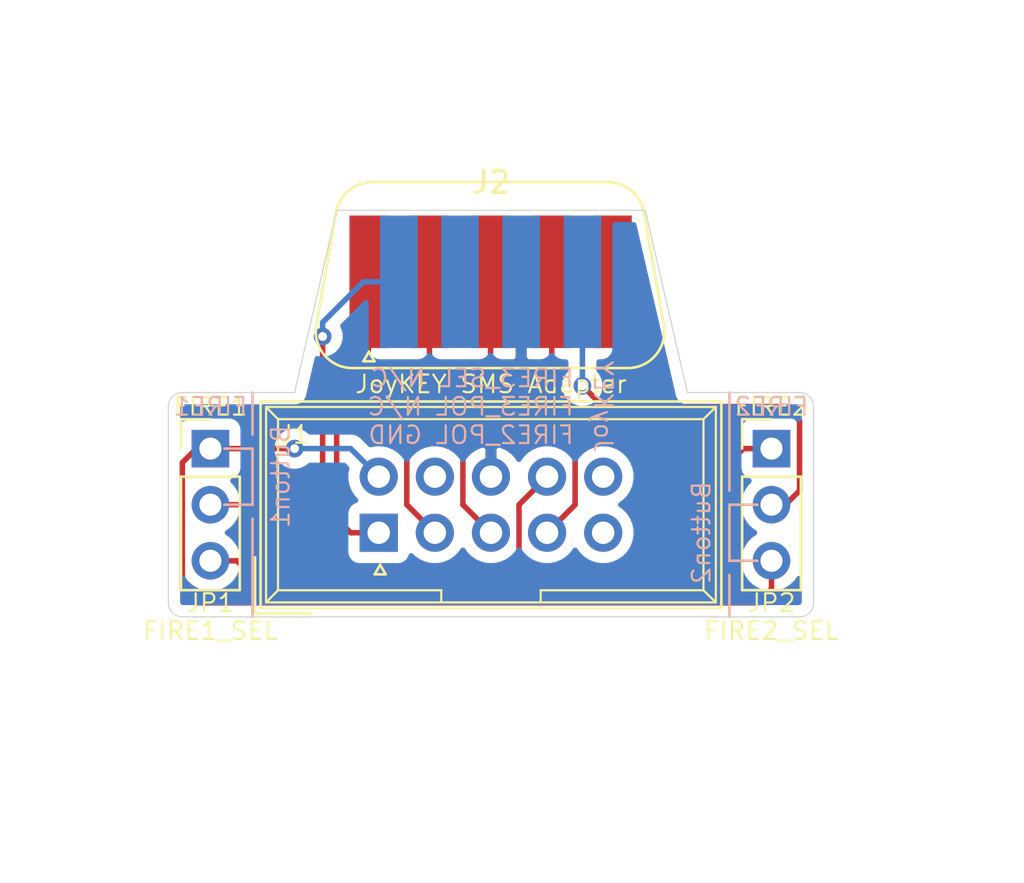
<source format=kicad_pcb>
(kicad_pcb (version 20171130) (host pcbnew "(5.1.5)-3")

  (general
    (thickness 1.6)
    (drawings 31)
    (tracks 58)
    (zones 0)
    (modules 4)
    (nets 10)
  )

  (page A4)
  (layers
    (0 F.Cu signal)
    (31 B.Cu signal)
    (32 B.Adhes user)
    (33 F.Adhes user)
    (34 B.Paste user)
    (35 F.Paste user)
    (36 B.SilkS user)
    (37 F.SilkS user)
    (38 B.Mask user)
    (39 F.Mask user)
    (40 Dwgs.User user)
    (41 Cmts.User user)
    (42 Eco1.User user)
    (43 Eco2.User user)
    (44 Edge.Cuts user)
    (45 Margin user)
    (46 B.CrtYd user)
    (47 F.CrtYd user)
    (48 B.Fab user)
    (49 F.Fab user)
  )

  (setup
    (last_trace_width 0.25)
    (trace_clearance 0.2)
    (zone_clearance 0.508)
    (zone_45_only no)
    (trace_min 0.2)
    (via_size 0.8)
    (via_drill 0.4)
    (via_min_size 0.4)
    (via_min_drill 0.3)
    (uvia_size 0.3)
    (uvia_drill 0.1)
    (uvias_allowed no)
    (uvia_min_size 0.2)
    (uvia_min_drill 0.1)
    (edge_width 0.05)
    (segment_width 0.2)
    (pcb_text_width 0.3)
    (pcb_text_size 1.5 1.5)
    (mod_edge_width 0.12)
    (mod_text_size 1 1)
    (mod_text_width 0.15)
    (pad_size 1.524 1.524)
    (pad_drill 0.762)
    (pad_to_mask_clearance 0.051)
    (solder_mask_min_width 0.25)
    (aux_axis_origin 0 0)
    (visible_elements 7FFFFFFF)
    (pcbplotparams
      (layerselection 0x011fc_ffffffff)
      (usegerberextensions true)
      (usegerberattributes false)
      (usegerberadvancedattributes false)
      (creategerberjobfile false)
      (excludeedgelayer true)
      (linewidth 0.100000)
      (plotframeref false)
      (viasonmask false)
      (mode 1)
      (useauxorigin false)
      (hpglpennumber 1)
      (hpglpenspeed 20)
      (hpglpendiameter 15.000000)
      (psnegative false)
      (psa4output false)
      (plotreference true)
      (plotvalue true)
      (plotinvisibletext false)
      (padsonsilk false)
      (subtractmaskfromsilk false)
      (outputformat 1)
      (mirror false)
      (drillshape 0)
      (scaleselection 1)
      (outputdirectory "export/"))
  )

  (net 0 "")
  (net 1 GND)
  (net 2 /UP)
  (net 3 /DOWN)
  (net 4 /LEFT)
  (net 5 /RIGHT)
  (net 6 /FIRE1)
  (net 7 /FIRE2)
  (net 8 /FIRE1_IN)
  (net 9 /FIRE2_IN)

  (net_class Default "This is the default net class."
    (clearance 0.2)
    (trace_width 0.25)
    (via_dia 0.8)
    (via_drill 0.4)
    (uvia_dia 0.3)
    (uvia_drill 0.1)
    (add_net /DOWN)
    (add_net /FIRE1)
    (add_net /FIRE1_IN)
    (add_net /FIRE2)
    (add_net /FIRE2_IN)
    (add_net /LEFT)
    (add_net /RIGHT)
    (add_net /UP)
    (add_net GND)
  )

  (module Pin_Headers:Pin_Header_Straight_1x03_Pitch2.54mm (layer F.Cu) (tedit 59650532) (tstamp 5FD2B363)
    (at 154.94 85.725)
    (descr "Through hole straight pin header, 1x03, 2.54mm pitch, single row")
    (tags "Through hole pin header THT 1x03 2.54mm single row")
    (path /5FD30CB5)
    (fp_text reference JP2 (at 0 6.985) (layer F.SilkS)
      (effects (font (size 0.8 0.8) (thickness 0.1)))
    )
    (fp_text value FIRE2_SEL (at 0 8.255) (layer F.SilkS)
      (effects (font (size 0.8 0.8) (thickness 0.1)))
    )
    (fp_line (start -0.635 -1.27) (end 1.27 -1.27) (layer F.Fab) (width 0.1))
    (fp_line (start 1.27 -1.27) (end 1.27 6.35) (layer F.Fab) (width 0.1))
    (fp_line (start 1.27 6.35) (end -1.27 6.35) (layer F.Fab) (width 0.1))
    (fp_line (start -1.27 6.35) (end -1.27 -0.635) (layer F.Fab) (width 0.1))
    (fp_line (start -1.27 -0.635) (end -0.635 -1.27) (layer F.Fab) (width 0.1))
    (fp_line (start -1.33 6.41) (end 1.33 6.41) (layer F.SilkS) (width 0.12))
    (fp_line (start -1.33 1.27) (end -1.33 6.41) (layer F.SilkS) (width 0.12))
    (fp_line (start 1.33 1.27) (end 1.33 6.41) (layer F.SilkS) (width 0.12))
    (fp_line (start -1.33 1.27) (end 1.33 1.27) (layer F.SilkS) (width 0.12))
    (fp_line (start -1.33 0) (end -1.33 -1.33) (layer F.SilkS) (width 0.12))
    (fp_line (start -1.33 -1.33) (end 0 -1.33) (layer F.SilkS) (width 0.12))
    (fp_line (start -1.8 -1.8) (end -1.8 6.85) (layer F.CrtYd) (width 0.05))
    (fp_line (start -1.8 6.85) (end 1.8 6.85) (layer F.CrtYd) (width 0.05))
    (fp_line (start 1.8 6.85) (end 1.8 -1.8) (layer F.CrtYd) (width 0.05))
    (fp_line (start 1.8 -1.8) (end -1.8 -1.8) (layer F.CrtYd) (width 0.05))
    (fp_text user %R (at 0 2.54 90) (layer F.Fab)
      (effects (font (size 1 1) (thickness 0.15)))
    )
    (pad 1 thru_hole rect (at 0 0) (size 1.7 1.7) (drill 1) (layers *.Cu *.Mask)
      (net 9 /FIRE2_IN))
    (pad 2 thru_hole oval (at 0 2.54) (size 1.7 1.7) (drill 1) (layers *.Cu *.Mask)
      (net 7 /FIRE2))
    (pad 3 thru_hole oval (at 0 5.08) (size 1.7 1.7) (drill 1) (layers *.Cu *.Mask)
      (net 8 /FIRE1_IN))
    (model ${KISYS3DMOD}/Pin_Headers.3dshapes/Pin_Header_Straight_1x03_Pitch2.54mm.wrl
      (at (xyz 0 0 0))
      (scale (xyz 1 1 1))
      (rotate (xyz 0 0 0))
    )
  )

  (module "C64 IDC:IDC_Joystick" (layer F.Cu) (tedit 5FD29ED6) (tstamp 5FD2915C)
    (at 137.16 89.535 90)
    (descr "Through hole straight IDC box header, 2x05, 2.54mm pitch, double rows")
    (tags "Through hole IDC box header THT 2x05 2.54mm double row")
    (path /5FD1F19D)
    (fp_text reference J1 (at 4.445 -3.81 180) (layer F.SilkS)
      (effects (font (size 0.8 0.8) (thickness 0.1)))
    )
    (fp_text value JoyKEY (at 1.27 16.764 90) (layer F.Fab)
      (effects (font (size 1 1) (thickness 0.15)))
    )
    (fp_line (start -1.885438 0.3135) (end -1.885438 -0.1865) (layer F.SilkS) (width 0.12))
    (fp_line (start -1.885438 -0.1865) (end -1.452425 0.0635) (layer F.SilkS) (width 0.12))
    (fp_line (start -1.452425 0.0635) (end -1.885438 0.3135) (layer F.SilkS) (width 0.12))
    (fp_line (start -3.655 -5.6) (end -1.115 -5.6) (layer F.SilkS) (width 0.12))
    (fp_line (start -3.655 -5.6) (end -3.655 -3.06) (layer F.SilkS) (width 0.12))
    (fp_line (start -3.405 -5.35) (end 5.945 -5.35) (layer F.SilkS) (width 0.12))
    (fp_line (start -3.405 15.51) (end -3.405 -5.35) (layer F.SilkS) (width 0.12))
    (fp_line (start 5.945 15.51) (end -3.405 15.51) (layer F.SilkS) (width 0.12))
    (fp_line (start 5.945 -5.35) (end 5.945 15.51) (layer F.SilkS) (width 0.12))
    (fp_line (start -3.41 -5.35) (end 5.95 -5.35) (layer F.CrtYd) (width 0.05))
    (fp_line (start -3.41 15.51) (end -3.41 -5.35) (layer F.CrtYd) (width 0.05))
    (fp_line (start 5.95 15.51) (end -3.41 15.51) (layer F.CrtYd) (width 0.05))
    (fp_line (start 5.95 -5.35) (end 5.95 15.51) (layer F.CrtYd) (width 0.05))
    (fp_line (start -3.155 15.26) (end -2.605 14.7) (layer F.SilkS) (width 0.1))
    (fp_line (start -3.155 -5.1) (end -2.605 -4.56) (layer F.SilkS) (width 0.1))
    (fp_line (start 5.695 15.26) (end 5.145 14.7) (layer F.SilkS) (width 0.1))
    (fp_line (start 5.695 -5.1) (end 5.145 -4.56) (layer F.SilkS) (width 0.1))
    (fp_line (start 5.145 14.7) (end -2.605 14.7) (layer F.SilkS) (width 0.1))
    (fp_line (start 5.695 15.26) (end -3.155 15.26) (layer F.SilkS) (width 0.1))
    (fp_line (start 5.145 -4.56) (end -2.605 -4.56) (layer F.SilkS) (width 0.1))
    (fp_line (start 5.695 -5.1) (end -3.155 -5.1) (layer F.SilkS) (width 0.1))
    (fp_line (start -2.605 7.33) (end -3.155 7.33) (layer F.SilkS) (width 0.1))
    (fp_line (start -2.605 2.83) (end -3.155 2.83) (layer F.SilkS) (width 0.1))
    (fp_line (start -2.605 7.33) (end -2.605 14.7) (layer F.SilkS) (width 0.1))
    (fp_line (start -2.605 -4.56) (end -2.605 2.83) (layer F.SilkS) (width 0.1))
    (fp_line (start -3.155 -5.1) (end -3.155 15.26) (layer F.SilkS) (width 0.1))
    (fp_line (start 5.145 -4.56) (end 5.145 14.7) (layer F.SilkS) (width 0.1))
    (fp_line (start 5.695 -5.1) (end 5.695 15.26) (layer F.SilkS) (width 0.1))
    (fp_text user %R (at 1.27 5.08 90) (layer F.Fab)
      (effects (font (size 1 1) (thickness 0.15)))
    )
    (pad 10 thru_hole oval (at 2.54 10.16 90) (size 1.7272 1.7272) (drill 1.016) (layers *.Cu *.Mask))
    (pad 9 thru_hole oval (at 2.54 7.62 90) (size 1.7272 1.7272) (drill 1.016) (layers *.Cu *.Mask)
      (net 9 /FIRE2_IN))
    (pad 8 thru_hole oval (at 2.54 5.08 90) (size 1.7272 1.7272) (drill 1.016) (layers *.Cu *.Mask)
      (net 1 GND))
    (pad 7 thru_hole oval (at 2.54 2.54 90) (size 1.7272 1.7272) (drill 1.016) (layers *.Cu *.Mask))
    (pad 6 thru_hole oval (at 2.54 0 90) (size 1.7272 1.7272) (drill 1.016) (layers *.Cu *.Mask)
      (net 8 /FIRE1_IN))
    (pad 5 thru_hole oval (at 0 10.16 90) (size 1.7272 1.7272) (drill 1.016) (layers *.Cu *.Mask))
    (pad 4 thru_hole oval (at 0 7.62 90) (size 1.7272 1.7272) (drill 1.016) (layers *.Cu *.Mask)
      (net 5 /RIGHT))
    (pad 3 thru_hole oval (at 0 5.08 90) (size 1.7272 1.7272) (drill 1.016) (layers *.Cu *.Mask)
      (net 4 /LEFT))
    (pad 2 thru_hole oval (at 0 2.54 90) (size 1.7272 1.7272) (drill 1.016) (layers *.Cu *.Mask)
      (net 3 /DOWN))
    (pad 1 thru_hole rect (at 0 0 90) (size 1.7272 1.7272) (drill 1.016) (layers *.Cu *.Mask)
      (net 2 /UP))
    (model ${KISYS3DMOD}/Connector_IDC.3dshapes/IDC-Header_2x05_P2.54mm_Vertical.wrl
      (at (xyz 0 0 0))
      (scale (xyz 1 1 1))
      (rotate (xyz 0 0 0))
    )
  )

  (module RND_DSUB:DSUB-9_Female_Edge (layer F.Cu) (tedit 5FD2960F) (tstamp 5FD2AA8D)
    (at 142.24 78.105)
    (descr "Straight DE-9 connector, the blue kind with metal shield removed (solder to pads).")
    (tags "9-pin D-Sub connector straight vertical THT male pitch 2.77x2.84mm mounting holes distance 25mm")
    (path /5FD232F5)
    (fp_text reference J2 (at 0 -4.445 180) (layer F.SilkS)
      (effects (font (size 1 1) (thickness 0.15)))
    )
    (fp_text value SMS (at 0 -5.715 180) (layer F.Fab)
      (effects (font (size 1 1) (thickness 0.15)))
    )
    (fp_text user %R (at 4.1755 1.4375 180) (layer F.Fab)
      (effects (font (size 1 1) (thickness 0.15)))
    )
    (fp_line (start -8.001 4.064) (end 8.001 4.064) (layer F.CrtYd) (width 0.05))
    (fp_line (start -8.001 -4.572) (end -8.001 4.064) (layer F.CrtYd) (width 0.05))
    (fp_line (start 8.001 -4.572) (end -8.001 -4.572) (layer F.CrtYd) (width 0.05))
    (fp_line (start 8.001 4.064) (end 8.001 -4.572) (layer F.CrtYd) (width 0.05))
    (fp_line (start 7.82557 2.022844) (end 6.926302 -3.077156) (layer F.SilkS) (width 0.12))
    (fp_line (start -7.90737 2.022844) (end -7.008102 -3.077156) (layer F.SilkS) (width 0.12))
    (fp_line (start 5.291521 -4.4489) (end -5.373321 -4.4489) (layer F.SilkS) (width 0.12))
    (fp_line (start 6.190789 3.9711) (end -6.272589 3.9711) (layer F.SilkS) (width 0.12))
    (fp_line (start 7.752587 2.033263) (end 6.853319 -3.066737) (layer F.Fab) (width 0.1))
    (fp_line (start -7.885187 2.033263) (end -6.985919 -3.066737) (layer F.Fab) (width 0.1))
    (fp_line (start 5.277627 -4.3889) (end -5.410227 -4.3889) (layer F.Fab) (width 0.1))
    (fp_line (start 6.176894 3.9111) (end -6.309494 3.9111) (layer F.Fab) (width 0.1))
    (fp_line (start -5.5245 3.230425) (end -5.2745 3.663438) (layer F.SilkS) (width 0.12))
    (fp_line (start -5.7745 3.663438) (end -5.5245 3.230425) (layer F.SilkS) (width 0.12))
    (fp_line (start -5.2745 3.663438) (end -5.7745 3.663438) (layer F.SilkS) (width 0.12))
    (fp_arc (start -5.373321 -2.7889) (end -5.373321 -4.4489) (angle -80) (layer F.SilkS) (width 0.12))
    (fp_arc (start 5.291521 -2.7889) (end 5.291521 -4.4489) (angle 80) (layer F.SilkS) (width 0.12))
    (fp_arc (start -6.272589 2.3111) (end -6.272589 3.9711) (angle 100) (layer F.SilkS) (width 0.12))
    (fp_arc (start 6.190789 2.3111) (end 6.190789 3.9711) (angle -100) (layer F.SilkS) (width 0.12))
    (fp_arc (start -5.410227 -2.7889) (end -5.410227 -4.3889) (angle -80) (layer F.Fab) (width 0.1))
    (fp_arc (start 5.277627 -2.7889) (end 5.277627 -4.3889) (angle 80) (layer F.Fab) (width 0.1))
    (fp_arc (start -6.309494 2.3111) (end -6.309494 3.9111) (angle 100) (layer F.Fab) (width 0.1))
    (fp_arc (start 6.176894 2.3111) (end 6.176894 3.9111) (angle -100) (layer F.Fab) (width 0.1))
    (pad 6 smd rect (at -4.1705 0.0635 180) (size 1.7 6) (layers B.Cu B.Paste B.Mask)
      (net 6 /FIRE1))
    (pad 7 smd rect (at -1.4005 0.0635 180) (size 1.7 6) (layers B.Cu B.Paste B.Mask))
    (pad 8 smd rect (at 1.3695 0.0635 180) (size 1.7 6) (layers B.Cu B.Paste B.Mask)
      (net 1 GND))
    (pad 9 smd rect (at 4.1395 0.0635 180) (size 1.7 6) (layers B.Cu B.Paste B.Mask)
      (net 7 /FIRE2))
    (pad 1 smd rect (at -5.5555 0.0635 180) (size 1.7 6) (layers F.Cu F.Paste F.Mask)
      (net 2 /UP))
    (pad 2 smd rect (at -2.7855 0.0635 180) (size 1.7 6) (layers F.Cu F.Paste F.Mask)
      (net 3 /DOWN))
    (pad 3 smd rect (at -0.0155 0.0635 180) (size 1.7 6) (layers F.Cu F.Paste F.Mask)
      (net 4 /LEFT))
    (pad 4 smd rect (at 2.7545 0.0635 180) (size 1.7 6) (layers F.Cu F.Paste F.Mask)
      (net 5 /RIGHT))
    (pad 5 smd rect (at 5.5245 0.0635 180) (size 1.7 6) (layers F.Cu F.Paste F.Mask))
    (model ${KISYS3DMOD}/Connectors_DSub.3dshapes/DSUB-9_Male_Vertical_Pitch2.77x2.84mm.wrl
      (at (xyz 0 0 0))
      (scale (xyz 1 1 1))
      (rotate (xyz 0 0 0))
    )
  )

  (module Pin_Headers:Pin_Header_Straight_1x03_Pitch2.54mm (layer F.Cu) (tedit 59650532) (tstamp 5FD2B1CC)
    (at 129.54 85.725)
    (descr "Through hole straight pin header, 1x03, 2.54mm pitch, single row")
    (tags "Through hole pin header THT 1x03 2.54mm single row")
    (path /5FD2FDB9)
    (fp_text reference JP1 (at 0 6.985) (layer F.SilkS)
      (effects (font (size 0.8 0.8) (thickness 0.1)))
    )
    (fp_text value FIRE1_SEL (at 0 8.255) (layer F.SilkS)
      (effects (font (size 0.8 0.8) (thickness 0.1)))
    )
    (fp_text user %R (at 0 2.54 90) (layer F.Fab)
      (effects (font (size 1 1) (thickness 0.15)))
    )
    (fp_line (start 1.8 -1.8) (end -1.8 -1.8) (layer F.CrtYd) (width 0.05))
    (fp_line (start 1.8 6.85) (end 1.8 -1.8) (layer F.CrtYd) (width 0.05))
    (fp_line (start -1.8 6.85) (end 1.8 6.85) (layer F.CrtYd) (width 0.05))
    (fp_line (start -1.8 -1.8) (end -1.8 6.85) (layer F.CrtYd) (width 0.05))
    (fp_line (start -1.33 -1.33) (end 0 -1.33) (layer F.SilkS) (width 0.12))
    (fp_line (start -1.33 0) (end -1.33 -1.33) (layer F.SilkS) (width 0.12))
    (fp_line (start -1.33 1.27) (end 1.33 1.27) (layer F.SilkS) (width 0.12))
    (fp_line (start 1.33 1.27) (end 1.33 6.41) (layer F.SilkS) (width 0.12))
    (fp_line (start -1.33 1.27) (end -1.33 6.41) (layer F.SilkS) (width 0.12))
    (fp_line (start -1.33 6.41) (end 1.33 6.41) (layer F.SilkS) (width 0.12))
    (fp_line (start -1.27 -0.635) (end -0.635 -1.27) (layer F.Fab) (width 0.1))
    (fp_line (start -1.27 6.35) (end -1.27 -0.635) (layer F.Fab) (width 0.1))
    (fp_line (start 1.27 6.35) (end -1.27 6.35) (layer F.Fab) (width 0.1))
    (fp_line (start 1.27 -1.27) (end 1.27 6.35) (layer F.Fab) (width 0.1))
    (fp_line (start -0.635 -1.27) (end 1.27 -1.27) (layer F.Fab) (width 0.1))
    (pad 3 thru_hole oval (at 0 5.08) (size 1.7 1.7) (drill 1) (layers *.Cu *.Mask)
      (net 9 /FIRE2_IN))
    (pad 2 thru_hole oval (at 0 2.54) (size 1.7 1.7) (drill 1) (layers *.Cu *.Mask)
      (net 6 /FIRE1))
    (pad 1 thru_hole rect (at 0 0) (size 1.7 1.7) (drill 1) (layers *.Cu *.Mask)
      (net 8 /FIRE1_IN))
    (model ${KISYS3DMOD}/Pin_Headers.3dshapes/Pin_Header_Straight_1x03_Pitch2.54mm.wrl
      (at (xyz 0 0 0))
      (scale (xyz 1 1 1))
      (rotate (xyz 0 0 0))
    )
  )

  (gr_text FIRE1 (at 129.54 83.82) (layer F.SilkS) (tstamp 5FD2C7BE)
    (effects (font (size 0.8 0.8) (thickness 0.1)))
  )
  (gr_text FIRE2 (at 154.94 83.82) (layer F.SilkS) (tstamp 5FD2C7BA)
    (effects (font (size 0.8 0.8) (thickness 0.1)))
  )
  (gr_text JoyKEY (at 147.32 83.82 270) (layer B.SilkS) (tstamp 5FD2C5BA)
    (effects (font (size 0.8 0.8) (thickness 0.1)) (justify mirror))
  )
  (gr_text "FIRE3_SEL N/C\nFIRE3_POL N/C\nFIRE2_POL GND" (at 146.05 83.82) (layer B.SilkS)
    (effects (font (size 0.8 0.8) (thickness 0.1)) (justify left mirror))
  )
  (gr_line (start 153.035 93.345) (end 153.035 91.44) (layer B.SilkS) (width 0.12) (tstamp 5FD2C21A))
  (gr_text Button2 (at 151.765 89.535 90) (layer B.SilkS) (tstamp 5FD2C19C)
    (effects (font (size 0.8 0.8) (thickness 0.1)) (justify mirror))
  )
  (gr_text FIRE2 (at 154.94 83.82) (layer B.SilkS) (tstamp 5FD2C196)
    (effects (font (size 0.8 0.8) (thickness 0.1)) (justify mirror))
  )
  (gr_text FIRE1 (at 129.54 83.82) (layer B.SilkS) (tstamp 5FD2C0ED)
    (effects (font (size 0.8 0.8) (thickness 0.1)) (justify mirror))
  )
  (gr_text Button1 (at 132.715 86.995 90) (layer B.SilkS)
    (effects (font (size 0.8 0.8) (thickness 0.1)) (justify mirror))
  )
  (gr_line (start 153.035 90.805) (end 154.305 90.805) (layer B.SilkS) (width 0.12))
  (gr_line (start 153.035 88.265) (end 153.035 90.805) (layer B.SilkS) (width 0.12))
  (gr_line (start 153.035 88.265) (end 154.305 88.265) (layer B.SilkS) (width 0.12))
  (gr_line (start 153.035 83.185) (end 153.035 87.63) (layer B.SilkS) (width 0.12))
  (gr_line (start 131.445 88.9) (end 131.445 93.345) (layer B.SilkS) (width 0.12))
  (gr_line (start 131.445 88.265) (end 130.175 88.265) (layer B.SilkS) (width 0.12))
  (gr_line (start 131.445 85.725) (end 131.445 88.265) (layer B.SilkS) (width 0.12))
  (gr_line (start 130.175 85.725) (end 131.445 85.725) (layer B.SilkS) (width 0.12))
  (gr_line (start 131.445 83.185) (end 131.445 85.09) (layer B.SilkS) (width 0.12))
  (gr_text "JoyKEY SMS Adapter" (at 142.24 82.804) (layer F.SilkS)
    (effects (font (size 0.8 0.8) (thickness 0.1)))
  )
  (gr_line (start 151.13 83.185) (end 156.21 83.185) (layer Edge.Cuts) (width 0.05) (tstamp 5FD2B03F))
  (gr_line (start 133.35 83.185) (end 128.27 83.185) (layer Edge.Cuts) (width 0.05) (tstamp 5FD2B03E))
  (gr_arc (start 156.21 83.82) (end 156.845 83.82) (angle -90) (layer Edge.Cuts) (width 0.05) (tstamp 5FD2B027))
  (gr_arc (start 128.27 83.82) (end 128.27 83.185) (angle -90) (layer Edge.Cuts) (width 0.05) (tstamp 5FD2B027))
  (gr_arc (start 128.27 92.71) (end 127.635 92.71) (angle -90) (layer Edge.Cuts) (width 0.05) (tstamp 5FD2B027))
  (gr_arc (start 156.21 92.71) (end 156.21 93.345) (angle -90) (layer Edge.Cuts) (width 0.05))
  (gr_line (start 149.225 74.93) (end 151.13 83.185) (layer Edge.Cuts) (width 0.05))
  (gr_line (start 135.255 74.93) (end 133.35 83.185) (layer Edge.Cuts) (width 0.05))
  (gr_line (start 156.845 83.82) (end 156.845 92.71) (layer Edge.Cuts) (width 0.05) (tstamp 5FD2AFB5))
  (gr_line (start 135.255 74.93) (end 149.225 74.93) (layer Edge.Cuts) (width 0.05))
  (gr_line (start 127.635 92.71) (end 127.635 83.82) (layer Edge.Cuts) (width 0.05))
  (gr_line (start 156.21 93.345) (end 128.27 93.345) (layer Edge.Cuts) (width 0.05))

  (segment (start 136.6845 81.4185) (end 135.255 82.848) (width 0.25) (layer F.Cu) (net 2))
  (segment (start 136.6845 78.1685) (end 136.6845 81.4185) (width 0.25) (layer F.Cu) (net 2) (status 10))
  (segment (start 135.255 88.9) (end 135.89 89.535) (width 0.25) (layer F.Cu) (net 2))
  (segment (start 135.255 82.848) (end 135.255 88.9) (width 0.25) (layer F.Cu) (net 2))
  (segment (start 135.89 89.535) (end 137.16 89.535) (width 0.25) (layer F.Cu) (net 2) (status 20))
  (segment (start 138.43 88.265) (end 139.7 89.535) (width 0.25) (layer F.Cu) (net 3) (status 20))
  (segment (start 138.43 85.725) (end 138.43 88.265) (width 0.25) (layer F.Cu) (net 3))
  (segment (start 139.4545 84.7005) (end 138.43 85.725) (width 0.25) (layer F.Cu) (net 3))
  (segment (start 139.4545 78.1685) (end 139.4545 84.7005) (width 0.25) (layer F.Cu) (net 3) (status 10))
  (segment (start 140.97 88.265) (end 142.24 89.535) (width 0.25) (layer F.Cu) (net 4))
  (segment (start 140.97 85.725) (end 140.97 88.265) (width 0.25) (layer F.Cu) (net 4))
  (segment (start 142.2245 78.1685) (end 142.2245 84.4705) (width 0.25) (layer F.Cu) (net 4))
  (segment (start 142.2245 84.4705) (end 140.97 85.725) (width 0.25) (layer F.Cu) (net 4))
  (segment (start 144.9945 78.1685) (end 144.9945 84.6695) (width 0.25) (layer F.Cu) (net 5) (status 10))
  (segment (start 144.9945 84.6695) (end 146.05 85.725) (width 0.25) (layer F.Cu) (net 5))
  (segment (start 146.05 88.265) (end 144.78 89.535) (width 0.25) (layer F.Cu) (net 5) (status 20))
  (segment (start 146.05 85.725) (end 146.05 88.265) (width 0.25) (layer F.Cu) (net 5))
  (segment (start 138.0695 78.1685) (end 136.4615 78.1685) (width 0.25) (layer B.Cu) (net 6) (status 10))
  (via (at 134.62 80.645) (size 0.8) (drill 0.4) (layers F.Cu B.Cu) (net 6))
  (segment (start 136.4615 78.1685) (end 134.62 80.01) (width 0.25) (layer B.Cu) (net 6))
  (segment (start 134.62 80.01) (end 134.62 80.645) (width 0.25) (layer B.Cu) (net 6))
  (segment (start 132.08 88.265) (end 129.54 88.265) (width 0.25) (layer F.Cu) (net 6) (status 20))
  (segment (start 133.985 88.265) (end 132.08 88.265) (width 0.25) (layer F.Cu) (net 6))
  (segment (start 134.62 80.645) (end 134.62 87.63) (width 0.25) (layer F.Cu) (net 6))
  (segment (start 134.62 87.63) (end 133.985 88.265) (width 0.25) (layer F.Cu) (net 6))
  (segment (start 146.3795 78.1685) (end 146.3795 82.8795) (width 0.25) (layer B.Cu) (net 7) (status 10))
  (via (at 146.3795 82.8795) (size 0.8) (drill 0.4) (layers F.Cu B.Cu) (net 7))
  (segment (start 155.575 88.265) (end 154.94 88.265) (width 0.25) (layer F.Cu) (net 7))
  (segment (start 147.32 83.82) (end 155.575 83.82) (width 0.25) (layer F.Cu) (net 7))
  (segment (start 146.3795 82.8795) (end 147.32 83.82) (width 0.25) (layer F.Cu) (net 7))
  (segment (start 156.21 84.455) (end 156.21 87.63) (width 0.25) (layer F.Cu) (net 7))
  (segment (start 155.575 83.82) (end 156.21 84.455) (width 0.25) (layer F.Cu) (net 7))
  (segment (start 156.21 87.63) (end 155.575 88.265) (width 0.25) (layer F.Cu) (net 7))
  (segment (start 135.89 85.725) (end 137.16 86.995) (width 0.25) (layer B.Cu) (net 8) (status 20))
  (segment (start 128.905 85.725) (end 128.27 86.36) (width 0.25) (layer F.Cu) (net 8) (status 10))
  (segment (start 129.54 85.725) (end 128.905 85.725) (width 0.25) (layer F.Cu) (net 8) (status 30))
  (segment (start 128.27 86.36) (end 128.27 92.075) (width 0.25) (layer F.Cu) (net 8))
  (segment (start 128.27 92.075) (end 128.905 92.71) (width 0.25) (layer F.Cu) (net 8))
  (via (at 133.35 85.725) (size 0.8) (drill 0.4) (layers F.Cu B.Cu) (net 8))
  (segment (start 133.35 85.725) (end 135.89 85.725) (width 0.25) (layer B.Cu) (net 8))
  (segment (start 133.35 85.725) (end 129.54 85.725) (width 0.25) (layer F.Cu) (net 8) (status 20))
  (segment (start 128.905 92.71) (end 154.305 92.71) (width 0.25) (layer F.Cu) (net 8))
  (segment (start 154.305 92.71) (end 154.94 92.075) (width 0.25) (layer F.Cu) (net 8))
  (segment (start 154.94 92.075) (end 154.94 90.805) (width 0.25) (layer F.Cu) (net 8))
  (segment (start 132.012081 92.075) (end 142.24 92.075) (width 0.25) (layer F.Cu) (net 9))
  (segment (start 129.54 90.805) (end 130.742081 90.805) (width 0.25) (layer F.Cu) (net 9) (status 10))
  (segment (start 130.742081 90.805) (end 132.012081 92.075) (width 0.25) (layer F.Cu) (net 9))
  (segment (start 142.24 92.075) (end 142.875 92.075) (width 0.25) (layer F.Cu) (net 9))
  (segment (start 153.67 85.725) (end 153.035 86.36) (width 0.25) (layer F.Cu) (net 9))
  (segment (start 154.94 85.725) (end 153.67 85.725) (width 0.25) (layer F.Cu) (net 9))
  (segment (start 153.035 86.36) (end 153.035 91.44) (width 0.25) (layer F.Cu) (net 9))
  (segment (start 153.035 91.44) (end 152.4 92.075) (width 0.25) (layer F.Cu) (net 9))
  (segment (start 147.32 92.075) (end 142.875 92.075) (width 0.25) (layer F.Cu) (net 9))
  (segment (start 152.4 92.075) (end 147.32 92.075) (width 0.25) (layer F.Cu) (net 9))
  (segment (start 143.51 90.805) (end 143.51 88.265) (width 0.25) (layer F.Cu) (net 9))
  (segment (start 143.51 88.265) (end 144.78 86.995) (width 0.25) (layer F.Cu) (net 9))
  (segment (start 142.875 91.44) (end 143.51 90.805) (width 0.25) (layer F.Cu) (net 9))
  (segment (start 142.875 91.44) (end 142.24 92.075) (width 0.25) (layer F.Cu) (net 9))

  (zone (net 1) (net_name GND) (layer B.Cu) (tstamp 5FD2C44D) (hatch edge 0.508)
    (connect_pads (clearance 0.508))
    (min_thickness 0.254)
    (fill yes (arc_segments 32) (thermal_gap 0.508) (thermal_bridge_width 0.508))
    (polygon
      (pts
        (xy 166.37 105.41) (xy 120.015 105.41) (xy 120.015 65.405) (xy 166.37 65.405)
      )
    )
    (filled_polygon
      (pts
        (xy 150.477345 83.291998) (xy 150.47955 83.314383) (xy 150.491926 83.355179) (xy 150.494191 83.364996) (xy 150.501342 83.386222)
        (xy 150.51729 83.438793) (xy 150.522064 83.447725) (xy 150.5253 83.457329) (xy 150.552673 83.50499) (xy 150.578575 83.55345)
        (xy 150.585003 83.561282) (xy 150.590048 83.570067) (xy 150.626194 83.611473) (xy 150.661052 83.653948) (xy 150.668881 83.660373)
        (xy 150.675545 83.668007) (xy 150.719072 83.701564) (xy 150.76155 83.736425) (xy 150.770486 83.741201) (xy 150.778508 83.747386)
        (xy 150.827744 83.771806) (xy 150.876207 83.79771) (xy 150.8859 83.80065) (xy 150.894978 83.805153) (xy 150.948027 83.819497)
        (xy 151.000617 83.83545) (xy 151.010703 83.836443) (xy 151.02048 83.839087) (xy 151.075307 83.842806) (xy 151.097581 83.845)
        (xy 151.107646 83.845) (xy 151.15019 83.847886) (xy 151.172503 83.845) (xy 156.177725 83.845) (xy 156.184513 83.845666)
        (xy 156.185 83.850301) (xy 156.185 84.377705) (xy 156.144494 84.344463) (xy 156.03418 84.285498) (xy 155.914482 84.249188)
        (xy 155.79 84.236928) (xy 154.09 84.236928) (xy 153.965518 84.249188) (xy 153.84582 84.285498) (xy 153.735506 84.344463)
        (xy 153.638815 84.423815) (xy 153.559463 84.520506) (xy 153.500498 84.63082) (xy 153.464188 84.750518) (xy 153.451928 84.875)
        (xy 153.451928 86.575) (xy 153.464188 86.699482) (xy 153.500498 86.81918) (xy 153.559463 86.929494) (xy 153.638815 87.026185)
        (xy 153.735506 87.105537) (xy 153.84582 87.164502) (xy 153.91838 87.186513) (xy 153.786525 87.318368) (xy 153.62401 87.561589)
        (xy 153.512068 87.831842) (xy 153.455 88.11874) (xy 153.455 88.41126) (xy 153.512068 88.698158) (xy 153.62401 88.968411)
        (xy 153.786525 89.211632) (xy 153.993368 89.418475) (xy 154.16776 89.535) (xy 153.993368 89.651525) (xy 153.786525 89.858368)
        (xy 153.62401 90.101589) (xy 153.512068 90.371842) (xy 153.455 90.65874) (xy 153.455 90.95126) (xy 153.512068 91.238158)
        (xy 153.62401 91.508411) (xy 153.786525 91.751632) (xy 153.993368 91.958475) (xy 154.236589 92.12099) (xy 154.506842 92.232932)
        (xy 154.79374 92.29) (xy 155.08626 92.29) (xy 155.373158 92.232932) (xy 155.643411 92.12099) (xy 155.886632 91.958475)
        (xy 156.093475 91.751632) (xy 156.185001 91.614654) (xy 156.185001 92.677715) (xy 156.184335 92.684513) (xy 156.179699 92.685)
        (xy 128.302275 92.685) (xy 128.295487 92.684335) (xy 128.295 92.679699) (xy 128.295 91.614655) (xy 128.386525 91.751632)
        (xy 128.593368 91.958475) (xy 128.836589 92.12099) (xy 129.106842 92.232932) (xy 129.39374 92.29) (xy 129.68626 92.29)
        (xy 129.973158 92.232932) (xy 130.243411 92.12099) (xy 130.486632 91.958475) (xy 130.693475 91.751632) (xy 130.85599 91.508411)
        (xy 130.967932 91.238158) (xy 131.025 90.95126) (xy 131.025 90.65874) (xy 130.967932 90.371842) (xy 130.85599 90.101589)
        (xy 130.693475 89.858368) (xy 130.486632 89.651525) (xy 130.31224 89.535) (xy 130.486632 89.418475) (xy 130.693475 89.211632)
        (xy 130.85599 88.968411) (xy 130.967932 88.698158) (xy 131.025 88.41126) (xy 131.025 88.11874) (xy 130.967932 87.831842)
        (xy 130.85599 87.561589) (xy 130.693475 87.318368) (xy 130.56162 87.186513) (xy 130.63418 87.164502) (xy 130.744494 87.105537)
        (xy 130.841185 87.026185) (xy 130.920537 86.929494) (xy 130.979502 86.81918) (xy 131.015812 86.699482) (xy 131.028072 86.575)
        (xy 131.028072 85.623061) (xy 132.315 85.623061) (xy 132.315 85.826939) (xy 132.354774 86.026898) (xy 132.432795 86.215256)
        (xy 132.546063 86.384774) (xy 132.690226 86.528937) (xy 132.859744 86.642205) (xy 133.048102 86.720226) (xy 133.248061 86.76)
        (xy 133.451939 86.76) (xy 133.651898 86.720226) (xy 133.840256 86.642205) (xy 134.009774 86.528937) (xy 134.053711 86.485)
        (xy 135.575199 86.485) (xy 135.707224 86.617026) (xy 135.6614 86.847401) (xy 135.6614 87.142599) (xy 135.71899 87.432125)
        (xy 135.831958 87.704853) (xy 135.995961 87.950302) (xy 136.110023 88.064364) (xy 136.05222 88.081898) (xy 135.941906 88.140863)
        (xy 135.845215 88.220215) (xy 135.765863 88.316906) (xy 135.706898 88.42722) (xy 135.670588 88.546918) (xy 135.658328 88.6714)
        (xy 135.658328 90.3986) (xy 135.670588 90.523082) (xy 135.706898 90.64278) (xy 135.765863 90.753094) (xy 135.845215 90.849785)
        (xy 135.941906 90.929137) (xy 136.05222 90.988102) (xy 136.171918 91.024412) (xy 136.2964 91.036672) (xy 138.0236 91.036672)
        (xy 138.148082 91.024412) (xy 138.26778 90.988102) (xy 138.378094 90.929137) (xy 138.474785 90.849785) (xy 138.554137 90.753094)
        (xy 138.613102 90.64278) (xy 138.630636 90.584977) (xy 138.744698 90.699039) (xy 138.990147 90.863042) (xy 139.262875 90.97601)
        (xy 139.552401 91.0336) (xy 139.847599 91.0336) (xy 140.137125 90.97601) (xy 140.409853 90.863042) (xy 140.655302 90.699039)
        (xy 140.864039 90.490302) (xy 140.97 90.331719) (xy 141.075961 90.490302) (xy 141.284698 90.699039) (xy 141.530147 90.863042)
        (xy 141.802875 90.97601) (xy 142.092401 91.0336) (xy 142.387599 91.0336) (xy 142.677125 90.97601) (xy 142.949853 90.863042)
        (xy 143.195302 90.699039) (xy 143.404039 90.490302) (xy 143.51 90.331719) (xy 143.615961 90.490302) (xy 143.824698 90.699039)
        (xy 144.070147 90.863042) (xy 144.342875 90.97601) (xy 144.632401 91.0336) (xy 144.927599 91.0336) (xy 145.217125 90.97601)
        (xy 145.489853 90.863042) (xy 145.735302 90.699039) (xy 145.944039 90.490302) (xy 146.05 90.331719) (xy 146.155961 90.490302)
        (xy 146.364698 90.699039) (xy 146.610147 90.863042) (xy 146.882875 90.97601) (xy 147.172401 91.0336) (xy 147.467599 91.0336)
        (xy 147.757125 90.97601) (xy 148.029853 90.863042) (xy 148.275302 90.699039) (xy 148.484039 90.490302) (xy 148.648042 90.244853)
        (xy 148.76101 89.972125) (xy 148.8186 89.682599) (xy 148.8186 89.387401) (xy 148.76101 89.097875) (xy 148.648042 88.825147)
        (xy 148.484039 88.579698) (xy 148.275302 88.370961) (xy 148.116719 88.265) (xy 148.275302 88.159039) (xy 148.484039 87.950302)
        (xy 148.648042 87.704853) (xy 148.76101 87.432125) (xy 148.8186 87.142599) (xy 148.8186 86.847401) (xy 148.76101 86.557875)
        (xy 148.648042 86.285147) (xy 148.484039 86.039698) (xy 148.275302 85.830961) (xy 148.029853 85.666958) (xy 147.757125 85.55399)
        (xy 147.467599 85.4964) (xy 147.172401 85.4964) (xy 146.882875 85.55399) (xy 146.610147 85.666958) (xy 146.364698 85.830961)
        (xy 146.155961 86.039698) (xy 146.05 86.198281) (xy 145.944039 86.039698) (xy 145.735302 85.830961) (xy 145.489853 85.666958)
        (xy 145.217125 85.55399) (xy 144.927599 85.4964) (xy 144.632401 85.4964) (xy 144.342875 85.55399) (xy 144.070147 85.666958)
        (xy 143.824698 85.830961) (xy 143.615961 86.039698) (xy 143.505441 86.205103) (xy 143.446817 86.106512) (xy 143.250293 85.888146)
        (xy 143.014944 85.712316) (xy 142.749814 85.585778) (xy 142.599026 85.540042) (xy 142.367 85.661183) (xy 142.367 86.868)
        (xy 142.387 86.868) (xy 142.387 87.122) (xy 142.367 87.122) (xy 142.367 87.142) (xy 142.113 87.142)
        (xy 142.113 87.122) (xy 142.093 87.122) (xy 142.093 86.868) (xy 142.113 86.868) (xy 142.113 85.661183)
        (xy 141.880974 85.540042) (xy 141.730186 85.585778) (xy 141.465056 85.712316) (xy 141.229707 85.888146) (xy 141.033183 86.106512)
        (xy 140.974559 86.205103) (xy 140.864039 86.039698) (xy 140.655302 85.830961) (xy 140.409853 85.666958) (xy 140.137125 85.55399)
        (xy 139.847599 85.4964) (xy 139.552401 85.4964) (xy 139.262875 85.55399) (xy 138.990147 85.666958) (xy 138.744698 85.830961)
        (xy 138.535961 86.039698) (xy 138.43 86.198281) (xy 138.324039 86.039698) (xy 138.115302 85.830961) (xy 137.869853 85.666958)
        (xy 137.597125 85.55399) (xy 137.307599 85.4964) (xy 137.012401 85.4964) (xy 136.782026 85.542224) (xy 136.453804 85.214003)
        (xy 136.430001 85.184999) (xy 136.314276 85.090026) (xy 136.182247 85.019454) (xy 136.038986 84.975997) (xy 135.927333 84.965)
        (xy 135.927322 84.965) (xy 135.89 84.961324) (xy 135.852678 84.965) (xy 134.053711 84.965) (xy 134.009774 84.921063)
        (xy 133.840256 84.807795) (xy 133.651898 84.729774) (xy 133.451939 84.69) (xy 133.248061 84.69) (xy 133.048102 84.729774)
        (xy 132.859744 84.807795) (xy 132.690226 84.921063) (xy 132.546063 85.065226) (xy 132.432795 85.234744) (xy 132.354774 85.423102)
        (xy 132.315 85.623061) (xy 131.028072 85.623061) (xy 131.028072 84.875) (xy 131.015812 84.750518) (xy 130.979502 84.63082)
        (xy 130.920537 84.520506) (xy 130.841185 84.423815) (xy 130.744494 84.344463) (xy 130.63418 84.285498) (xy 130.514482 84.249188)
        (xy 130.39 84.236928) (xy 128.69 84.236928) (xy 128.565518 84.249188) (xy 128.44582 84.285498) (xy 128.335506 84.344463)
        (xy 128.295 84.377705) (xy 128.295 83.852275) (xy 128.295666 83.845487) (xy 128.300301 83.845) (xy 133.307504 83.845)
        (xy 133.32981 83.847885) (xy 133.372339 83.845) (xy 133.382419 83.845) (xy 133.404727 83.842803) (xy 133.459519 83.839086)
        (xy 133.46929 83.836444) (xy 133.479383 83.83545) (xy 133.531994 83.81949) (xy 133.585021 83.805153) (xy 133.594098 83.800651)
        (xy 133.603793 83.79771) (xy 133.652269 83.771799) (xy 133.701491 83.747386) (xy 133.709511 83.741203) (xy 133.71845 83.736425)
        (xy 133.760944 83.701551) (xy 133.804454 83.668007) (xy 133.811116 83.660376) (xy 133.818948 83.653948) (xy 133.853822 83.611454)
        (xy 133.889951 83.570067) (xy 133.894994 83.561286) (xy 133.901425 83.55345) (xy 133.927341 83.504964) (xy 133.954699 83.457329)
        (xy 133.957933 83.44773) (xy 133.96271 83.438793) (xy 133.978667 83.386192) (xy 133.985808 83.364996) (xy 133.98807 83.355193)
        (xy 134.00045 83.314383) (xy 134.002655 83.29199) (xy 134.380947 81.652727) (xy 134.518061 81.68) (xy 134.721939 81.68)
        (xy 134.921898 81.640226) (xy 135.110256 81.562205) (xy 135.279774 81.448937) (xy 135.423937 81.304774) (xy 135.537205 81.135256)
        (xy 135.615226 80.946898) (xy 135.655 80.746939) (xy 135.655 80.543061) (xy 135.615226 80.343102) (xy 135.540969 80.163832)
        (xy 136.581428 79.123374) (xy 136.581428 81.1685) (xy 136.593688 81.292982) (xy 136.629998 81.41268) (xy 136.688963 81.522994)
        (xy 136.768315 81.619685) (xy 136.865006 81.699037) (xy 136.97532 81.758002) (xy 137.095018 81.794312) (xy 137.2195 81.806572)
        (xy 138.9195 81.806572) (xy 139.043982 81.794312) (xy 139.16368 81.758002) (xy 139.273994 81.699037) (xy 139.370685 81.619685)
        (xy 139.450037 81.522994) (xy 139.4545 81.514644) (xy 139.458963 81.522994) (xy 139.538315 81.619685) (xy 139.635006 81.699037)
        (xy 139.74532 81.758002) (xy 139.865018 81.794312) (xy 139.9895 81.806572) (xy 141.6895 81.806572) (xy 141.813982 81.794312)
        (xy 141.93368 81.758002) (xy 142.043994 81.699037) (xy 142.140685 81.619685) (xy 142.220037 81.522994) (xy 142.2245 81.514644)
        (xy 142.228963 81.522994) (xy 142.308315 81.619685) (xy 142.405006 81.699037) (xy 142.51532 81.758002) (xy 142.635018 81.794312)
        (xy 142.7595 81.806572) (xy 143.32375 81.8035) (xy 143.4825 81.64475) (xy 143.4825 78.2955) (xy 143.4625 78.2955)
        (xy 143.4625 78.0415) (xy 143.4825 78.0415) (xy 143.4825 78.0215) (xy 143.7365 78.0215) (xy 143.7365 78.0415)
        (xy 143.7565 78.0415) (xy 143.7565 78.2955) (xy 143.7365 78.2955) (xy 143.7365 81.64475) (xy 143.89525 81.8035)
        (xy 144.4595 81.806572) (xy 144.583982 81.794312) (xy 144.70368 81.758002) (xy 144.813994 81.699037) (xy 144.910685 81.619685)
        (xy 144.990037 81.522994) (xy 144.9945 81.514644) (xy 144.998963 81.522994) (xy 145.078315 81.619685) (xy 145.175006 81.699037)
        (xy 145.28532 81.758002) (xy 145.405018 81.794312) (xy 145.5295 81.806572) (xy 145.619501 81.806572) (xy 145.619501 82.175788)
        (xy 145.575563 82.219726) (xy 145.462295 82.389244) (xy 145.384274 82.577602) (xy 145.3445 82.777561) (xy 145.3445 82.981439)
        (xy 145.384274 83.181398) (xy 145.462295 83.369756) (xy 145.575563 83.539274) (xy 145.719726 83.683437) (xy 145.889244 83.796705)
        (xy 146.077602 83.874726) (xy 146.277561 83.9145) (xy 146.481439 83.9145) (xy 146.681398 83.874726) (xy 146.869756 83.796705)
        (xy 147.039274 83.683437) (xy 147.183437 83.539274) (xy 147.296705 83.369756) (xy 147.374726 83.181398) (xy 147.4145 82.981439)
        (xy 147.4145 82.777561) (xy 147.374726 82.577602) (xy 147.296705 82.389244) (xy 147.183437 82.219726) (xy 147.1395 82.175789)
        (xy 147.1395 81.806572) (xy 147.2295 81.806572) (xy 147.353982 81.794312) (xy 147.47368 81.758002) (xy 147.583994 81.699037)
        (xy 147.680685 81.619685) (xy 147.760037 81.522994) (xy 147.819002 81.41268) (xy 147.855312 81.292982) (xy 147.867572 81.1685)
        (xy 147.867572 75.59) (xy 148.699963 75.59)
      )
    )
  )
)

</source>
